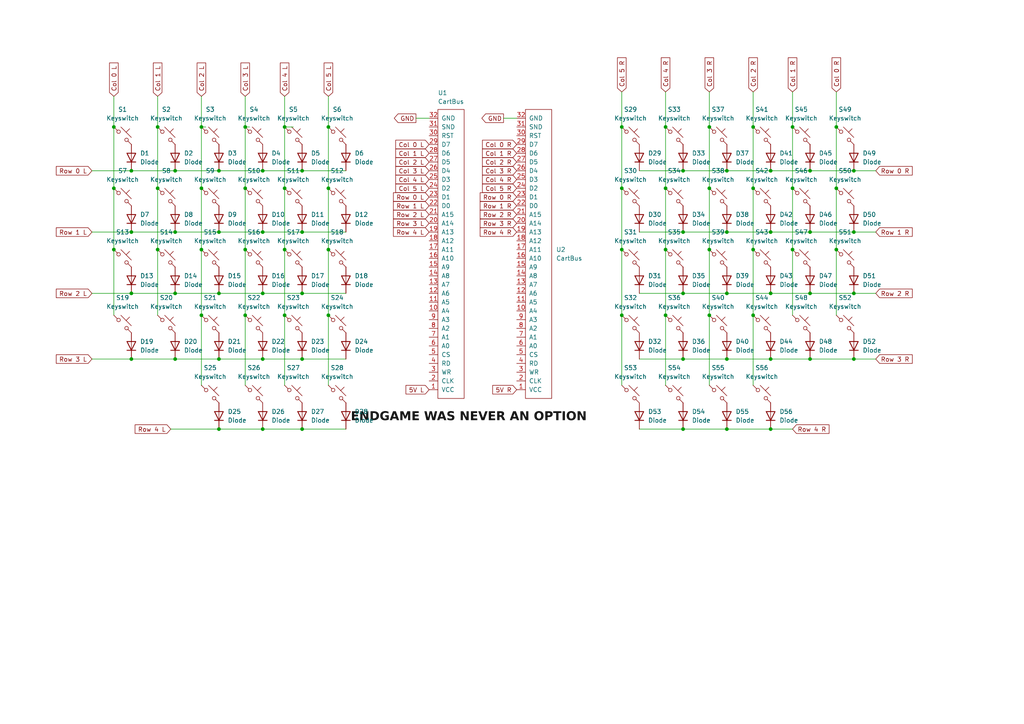
<source format=kicad_sch>
(kicad_sch (version 20231120) (generator "eeschema") (generator_version "8.0")
  (paper "A4")
  (junction (at 38.1 49.53))
  (junction (at 205.74 36.83))
  (junction (at 198.12 67.31))
  (junction (at 63.5 104.14))
  (junction (at 33.02 36.83))
  (junction (at 205.74 91.44))
  (junction (at 71.12 91.44))
  (junction (at 76.2 104.14))
  (junction (at 205.74 72.39))
  (junction (at 218.44 36.83))
  (junction (at 229.87 72.39))
  (junction (at 63.5 67.31))
  (junction (at 50.8 49.53))
  (junction (at 247.65 49.53))
  (junction (at 82.55 91.44))
  (junction (at 205.74 54.61))
  (junction (at 38.1 85.09))
  (junction (at 50.8 67.31))
  (junction (at 229.87 54.61))
  (junction (at 223.52 104.14))
  (junction (at 210.82 67.31))
  (junction (at 210.82 85.09))
  (junction (at 223.52 85.09))
  (junction (at 50.8 104.14))
  (junction (at 82.55 54.61))
  (junction (at 63.5 49.53))
  (junction (at 82.55 72.39))
  (junction (at 45.72 72.39))
  (junction (at 38.1 67.31))
  (junction (at 33.02 72.39))
  (junction (at 82.55 36.83))
  (junction (at 95.25 91.44))
  (junction (at 218.44 91.44))
  (junction (at 198.12 85.09))
  (junction (at 76.2 85.09))
  (junction (at 76.2 67.31))
  (junction (at 193.04 91.44))
  (junction (at 210.82 49.53))
  (junction (at 58.42 54.61))
  (junction (at 234.95 49.53))
  (junction (at 242.57 54.61))
  (junction (at 223.52 67.31))
  (junction (at 87.63 85.09))
  (junction (at 71.12 72.39))
  (junction (at 193.04 54.61))
  (junction (at 180.34 72.39))
  (junction (at 58.42 72.39))
  (junction (at 38.1 104.14))
  (junction (at 193.04 36.83))
  (junction (at 45.72 54.61))
  (junction (at 247.65 67.31))
  (junction (at 33.02 54.61))
  (junction (at 87.63 124.46))
  (junction (at 87.63 104.14))
  (junction (at 210.82 104.14))
  (junction (at 218.44 54.61))
  (junction (at 198.12 104.14))
  (junction (at 247.65 85.09))
  (junction (at 210.82 124.46))
  (junction (at 234.95 85.09))
  (junction (at 223.52 124.46))
  (junction (at 242.57 72.39))
  (junction (at 242.57 36.83))
  (junction (at 95.25 72.39))
  (junction (at 223.52 49.53))
  (junction (at 58.42 91.44))
  (junction (at 95.25 36.83))
  (junction (at 180.34 91.44))
  (junction (at 193.04 72.39))
  (junction (at 71.12 36.83))
  (junction (at 234.95 104.14))
  (junction (at 76.2 124.46))
  (junction (at 76.2 49.53))
  (junction (at 247.65 104.14))
  (junction (at 95.25 54.61))
  (junction (at 45.72 36.83))
  (junction (at 58.42 36.83))
  (junction (at 87.63 67.31))
  (junction (at 180.34 36.83))
  (junction (at 180.34 54.61))
  (junction (at 63.5 124.46))
  (junction (at 198.12 124.46))
  (junction (at 63.5 85.09))
  (junction (at 198.12 49.53))
  (junction (at 50.8 85.09))
  (junction (at 218.44 72.39))
  (junction (at 87.63 49.53))
  (junction (at 71.12 54.61))
  (junction (at 229.87 36.83))
  (junction (at 234.95 67.31))
  (wire (pts (xy 82.55 91.44) (xy 82.55 111.76)))
  (wire (pts (xy 33.02 36.83) (xy 33.02 54.61)))
  (wire (pts (xy 254 85.09) (xy 247.65 85.09)))
  (wire (pts (xy 82.55 36.83) (xy 82.55 54.61)))
  (wire (pts (xy 210.82 67.31) (xy 223.52 67.31)))
  (wire (pts (xy 180.34 72.39) (xy 180.34 91.44)))
  (wire (pts (xy 58.42 72.39) (xy 58.42 91.44)))
  (wire (pts (xy 63.5 104.14) (xy 76.2 104.14)))
  (wire (pts (xy 26.67 85.09) (xy 38.1 85.09)))
  (wire (pts (xy 76.2 49.53) (xy 87.63 49.53)))
  (wire (pts (xy 205.74 91.44) (xy 205.74 111.76)))
  (wire (pts (xy 223.52 49.53) (xy 234.95 49.53)))
  (wire (pts (xy 45.72 72.39) (xy 45.72 91.44)))
  (wire (pts (xy 242.57 36.83) (xy 242.57 54.61)))
  (wire (pts (xy 180.34 91.44) (xy 180.34 111.76)))
  (wire (pts (xy 38.1 104.14) (xy 50.8 104.14)))
  (wire (pts (xy 223.52 104.14) (xy 234.95 104.14)))
  (wire (pts (xy 205.74 54.61) (xy 205.74 72.39)))
  (wire (pts (xy 87.63 85.09) (xy 100.33 85.09)))
  (wire (pts (xy 95.25 72.39) (xy 95.25 91.44)))
  (wire (pts (xy 210.82 85.09) (xy 223.52 85.09)))
  (wire (pts (xy 229.87 26.67) (xy 229.87 36.83)))
  (wire (pts (xy 26.67 49.53) (xy 38.1 49.53)))
  (wire (pts (xy 26.67 67.31) (xy 38.1 67.31)))
  (wire (pts (xy 205.74 72.39) (xy 205.74 91.44)))
  (wire (pts (xy 218.44 91.44) (xy 218.44 111.76)))
  (wire (pts (xy 87.63 124.46) (xy 100.33 124.46)))
  (wire (pts (xy 71.12 36.83) (xy 72.39 36.83)))
  (wire (pts (xy 193.04 26.67) (xy 193.04 36.83)))
  (wire (pts (xy 223.52 67.31) (xy 234.95 67.31)))
  (wire (pts (xy 247.65 67.31) (xy 254 67.31)))
  (wire (pts (xy 58.42 91.44) (xy 58.42 111.76)))
  (wire (pts (xy 50.8 49.53) (xy 63.5 49.53)))
  (wire (pts (xy 242.57 54.61) (xy 242.57 72.39)))
  (wire (pts (xy 218.44 54.61) (xy 218.44 72.39)))
  (wire (pts (xy 82.55 72.39) (xy 82.55 91.44)))
  (wire (pts (xy 185.42 85.09) (xy 198.12 85.09)))
  (wire (pts (xy 76.2 67.31) (xy 87.63 67.31)))
  (wire (pts (xy 180.34 36.83) (xy 180.34 54.61)))
  (wire (pts (xy 120.65 34.29) (xy 124.46 34.29)))
  (wire (pts (xy 180.34 26.67) (xy 180.34 36.83)))
  (wire (pts (xy 185.42 124.46) (xy 198.12 124.46)))
  (wire (pts (xy 198.12 67.31) (xy 210.82 67.31)))
  (wire (pts (xy 185.42 67.31) (xy 198.12 67.31)))
  (wire (pts (xy 254 104.14) (xy 247.65 104.14)))
  (wire (pts (xy 38.1 49.53) (xy 50.8 49.53)))
  (wire (pts (xy 218.44 36.83) (xy 218.44 54.61)))
  (wire (pts (xy 63.5 67.31) (xy 76.2 67.31)))
  (wire (pts (xy 205.74 36.83) (xy 205.74 54.61)))
  (wire (pts (xy 63.5 49.53) (xy 76.2 49.53)))
  (wire (pts (xy 198.12 104.14) (xy 210.82 104.14)))
  (wire (pts (xy 50.8 104.14) (xy 63.5 104.14)))
  (wire (pts (xy 95.25 54.61) (xy 95.25 72.39)))
  (wire (pts (xy 76.2 124.46) (xy 87.63 124.46)))
  (wire (pts (xy 71.12 91.44) (xy 71.12 111.76)))
  (wire (pts (xy 234.95 104.14) (xy 247.65 104.14)))
  (wire (pts (xy 63.5 124.46) (xy 76.2 124.46)))
  (wire (pts (xy 76.2 104.14) (xy 87.63 104.14)))
  (wire (pts (xy 76.2 85.09) (xy 87.63 85.09)))
  (wire (pts (xy 71.12 36.83) (xy 71.12 54.61)))
  (wire (pts (xy 229.87 124.46) (xy 223.52 124.46)))
  (wire (pts (xy 33.02 54.61) (xy 33.02 72.39)))
  (wire (pts (xy 193.04 36.83) (xy 193.04 54.61)))
  (wire (pts (xy 38.1 85.09) (xy 50.8 85.09)))
  (wire (pts (xy 210.82 104.14) (xy 223.52 104.14)))
  (wire (pts (xy 234.95 67.31) (xy 247.65 67.31)))
  (wire (pts (xy 58.42 36.83) (xy 58.42 54.61)))
  (wire (pts (xy 218.44 26.67) (xy 218.44 36.83)))
  (wire (pts (xy 45.72 27.94) (xy 45.72 36.83)))
  (wire (pts (xy 198.12 85.09) (xy 210.82 85.09)))
  (wire (pts (xy 45.72 54.61) (xy 45.72 72.39)))
  (wire (pts (xy 185.42 104.14) (xy 198.12 104.14)))
  (wire (pts (xy 82.55 27.94) (xy 82.55 36.83)))
  (wire (pts (xy 223.52 85.09) (xy 234.95 85.09)))
  (wire (pts (xy 45.72 36.83) (xy 45.72 54.61)))
  (wire (pts (xy 95.25 27.94) (xy 95.25 36.83)))
  (wire (pts (xy 229.87 72.39) (xy 229.87 91.44)))
  (wire (pts (xy 210.82 49.53) (xy 223.52 49.53)))
  (wire (pts (xy 242.57 72.39) (xy 242.57 91.44)))
  (wire (pts (xy 198.12 49.53) (xy 210.82 49.53)))
  (wire (pts (xy 82.55 36.83) (xy 85.09 36.83)))
  (wire (pts (xy 87.63 49.53) (xy 100.33 49.53)))
  (wire (pts (xy 26.67 104.14) (xy 38.1 104.14)))
  (wire (pts (xy 50.8 67.31) (xy 63.5 67.31)))
  (wire (pts (xy 229.87 36.83) (xy 229.87 54.61)))
  (wire (pts (xy 193.04 72.39) (xy 193.04 91.44)))
  (wire (pts (xy 87.63 104.14) (xy 100.33 104.14)))
  (wire (pts (xy 193.04 91.44) (xy 193.04 111.76)))
  (wire (pts (xy 218.44 72.39) (xy 218.44 91.44)))
  (wire (pts (xy 82.55 54.61) (xy 82.55 72.39)))
  (wire (pts (xy 193.04 54.61) (xy 193.04 72.39)))
  (wire (pts (xy 58.42 36.83) (xy 59.69 36.83)))
  (wire (pts (xy 198.12 124.46) (xy 210.82 124.46)))
  (wire (pts (xy 210.82 124.46) (xy 223.52 124.46)))
  (wire (pts (xy 87.63 67.31) (xy 100.33 67.31)))
  (wire (pts (xy 205.74 26.67) (xy 205.74 36.83)))
  (wire (pts (xy 71.12 72.39) (xy 71.12 91.44)))
  (wire (pts (xy 38.1 67.31) (xy 50.8 67.31)))
  (wire (pts (xy 33.02 27.94) (xy 33.02 36.83)))
  (wire (pts (xy 71.12 54.61) (xy 71.12 72.39)))
  (wire (pts (xy 58.42 27.94) (xy 58.42 36.83)))
  (wire (pts (xy 234.95 85.09) (xy 247.65 85.09)))
  (wire (pts (xy 58.42 54.61) (xy 58.42 72.39)))
  (wire (pts (xy 242.57 26.67) (xy 242.57 36.83)))
  (wire (pts (xy 180.34 54.61) (xy 180.34 72.39)))
  (wire (pts (xy 234.95 49.53) (xy 247.65 49.53)))
  (wire (pts (xy 95.25 91.44) (xy 95.25 111.76)))
  (wire (pts (xy 254 49.53) (xy 247.65 49.53)))
  (wire (pts (xy 63.5 85.09) (xy 76.2 85.09)))
  (wire (pts (xy 146.05 34.29) (xy 149.86 34.29)))
  (wire (pts (xy 33.02 72.39) (xy 33.02 91.44)))
  (wire (pts (xy 71.12 27.94) (xy 71.12 36.83)))
  (wire (pts (xy 229.87 54.61) (xy 229.87 72.39)))
  (wire (pts (xy 49.53 124.46) (xy 63.5 124.46)))
  (wire (pts (xy 50.8 85.09) (xy 63.5 85.09)))
  (wire (pts (xy 185.42 49.53) (xy 198.12 49.53)))
  (wire (pts (xy 95.25 36.83) (xy 95.25 54.61)))
  (label "ENDGAME WAS NEVER AN OPTION" (at 170.18 123.19 180) (effects (font (size 2.54 2.54) (thickness 0.508) (bold yes))))
  (global_label "Col 1 R" (shape input) (at 149.86 44.45 180) (property "Intersheetrefs" "${INTERSHEET_REFS}" (effects (hide yes))))
  (global_label "Col 1 R" (shape input) (at 229.87 26.67 90) (property "Intersheetrefs" "${INTERSHEET_REFS}" (effects (hide yes))))
  (global_label "Col 2 L" (shape input) (at 58.42 27.94 90) (property "Intersheetrefs" "${INTERSHEET_REFS}" (effects (hide yes))))
  (global_label "Col 1 L" (shape input) (at 45.72 27.94 90) (property "Intersheetrefs" "${INTERSHEET_REFS}" (effects (hide yes))))
  (global_label "Row 4 R" (shape input) (at 229.87 124.46 0) (property "Intersheetrefs" "${INTERSHEET_REFS}" (effects (hide yes))))
  (global_label "Col 5 R" (shape input) (at 149.86 54.61 180) (property "Intersheetrefs" "${INTERSHEET_REFS}" (effects (hide yes))))
  (global_label "Row 1 L" (shape input) (at 26.67 67.31 180) (property "Intersheetrefs" "${INTERSHEET_REFS}" (effects (hide yes))))
  (global_label "Col 0 R" (shape input) (at 149.86 41.91 180) (property "Intersheetrefs" "${INTERSHEET_REFS}" (effects (hide yes))))
  (global_label "Row 2 R" (shape input) (at 149.86 62.23 180) (property "Intersheetrefs" "${INTERSHEET_REFS}" (effects (hide yes))))
  (global_label "Col 2 R" (shape input) (at 149.86 46.99 180) (property "Intersheetrefs" "${INTERSHEET_REFS}" (effects (hide yes))))
  (global_label "Col 1 L" (shape input) (at 124.46 44.45 180) (property "Intersheetrefs" "${INTERSHEET_REFS}" (effects (hide yes))))
  (global_label "Col 3 L" (shape input) (at 71.12 27.94 90) (property "Intersheetrefs" "${INTERSHEET_REFS}" (effects (hide yes))))
  (global_label "Row 2 L" (shape input) (at 26.67 85.09 180) (property "Intersheetrefs" "${INTERSHEET_REFS}" (effects (hide yes))))
  (global_label "Row 0 L" (shape input) (at 26.67 49.53 180) (property "Intersheetrefs" "${INTERSHEET_REFS}" (effects (hide yes))))
  (global_label "Row 2 L" (shape input) (at 124.46 62.23 180) (property "Intersheetrefs" "${INTERSHEET_REFS}" (effects (hide yes))))
  (global_label "Row 3 L" (shape input) (at 26.67 104.14 180) (property "Intersheetrefs" "${INTERSHEET_REFS}" (effects (hide yes))))
  (global_label "Row 0 R" (shape input) (at 254 49.53 0) (property "Intersheetrefs" "${INTERSHEET_REFS}" (effects (hide yes))))
  (global_label "Row 1 R" (shape input) (at 254 67.31 0) (property "Intersheetrefs" "${INTERSHEET_REFS}" (effects (hide yes))))
  (global_label "Row 0 R" (shape input) (at 149.86 57.15 180) (property "Intersheetrefs" "${INTERSHEET_REFS}" (effects (hide yes))))
  (global_label "Col 3 R" (shape input) (at 149.86 49.53 180) (property "Intersheetrefs" "${INTERSHEET_REFS}" (effects (hide yes))))
  (global_label "GND" (shape output) (at 120.65 34.29 180) (property "Intersheetrefs" "${INTERSHEET_REFS}" (effects (hide yes))))
  (global_label "Row 4 L" (shape input) (at 49.53 124.46 180) (property "Intersheetrefs" "${INTERSHEET_REFS}" (effects (hide yes))))
  (global_label "Col 5 L" (shape input) (at 95.25 27.94 90) (property "Intersheetrefs" "${INTERSHEET_REFS}" (effects (hide yes))))
  (global_label "Col 0 L" (shape input) (at 124.46 41.91 180) (property "Intersheetrefs" "${INTERSHEET_REFS}" (effects (hide yes))))
  (global_label "Row 4 L" (shape input) (at 124.46 67.31 180) (property "Intersheetrefs" "${INTERSHEET_REFS}" (effects (hide yes))))
  (global_label "Col 4 R" (shape input) (at 149.86 52.07 180) (property "Intersheetrefs" "${INTERSHEET_REFS}" (effects (hide yes))))
  (global_label "Col 4 L" (shape input) (at 82.55 27.94 90) (property "Intersheetrefs" "${INTERSHEET_REFS}" (effects (hide yes))))
  (global_label "Row 0 L" (shape input) (at 124.46 57.15 180) (property "Intersheetrefs" "${INTERSHEET_REFS}" (effects (hide yes))))
  (global_label "Col 4 L" (shape input) (at 124.46 52.07 180) (property "Intersheetrefs" "${INTERSHEET_REFS}" (effects (hide yes))))
  (global_label "Row 1 R" (shape input) (at 149.86 59.69 180) (property "Intersheetrefs" "${INTERSHEET_REFS}" (effects (hide yes))))
  (global_label "Row 4 R" (shape input) (at 149.86 67.31 180) (property "Intersheetrefs" "${INTERSHEET_REFS}" (effects (hide yes))))
  (global_label "Col 3 R" (shape input) (at 205.74 26.67 90) (property "Intersheetrefs" "${INTERSHEET_REFS}" (effects (hide yes))))
  (global_label "Col 2 L" (shape input) (at 124.46 46.99 180) (property "Intersheetrefs" "${INTERSHEET_REFS}" (effects (hide yes))))
  (global_label "Col 0 R" (shape input) (at 242.57 26.67 90) (property "Intersheetrefs" "${INTERSHEET_REFS}" (effects (hide yes))))
  (global_label "5V R" (shape input) (at 149.86 113.03 180) (property "Intersheetrefs" "${INTERSHEET_REFS}" (effects (hide yes))))
  (global_label "Col 3 L" (shape input) (at 124.46 49.53 180) (property "Intersheetrefs" "${INTERSHEET_REFS}" (effects (hide yes))))
  (global_label "Col 5 R" (shape input) (at 180.34 26.67 90) (property "Intersheetrefs" "${INTERSHEET_REFS}" (effects (hide yes))))
  (global_label "Col 5 L" (shape input) (at 124.46 54.61 180) (property "Intersheetrefs" "${INTERSHEET_REFS}" (effects (hide yes))))
  (global_label "Col 2 R" (shape input) (at 218.44 26.67 90) (property "Intersheetrefs" "${INTERSHEET_REFS}" (effects (hide yes))))
  (global_label "Row 3 R" (shape input) (at 149.86 64.77 180) (property "Intersheetrefs" "${INTERSHEET_REFS}" (effects (hide yes))))
  (global_label "Col 0 L" (shape input) (at 33.02 27.94 90) (property "Intersheetrefs" "${INTERSHEET_REFS}" (effects (hide yes))))
  (global_label "Row 3 L" (shape input) (at 124.46 64.77 180) (property "Intersheetrefs" "${INTERSHEET_REFS}" (effects (hide yes))))
  (global_label "Row 1 L" (shape input) (at 124.46 59.69 180) (property "Intersheetrefs" "${INTERSHEET_REFS}" (effects (hide yes))))
  (global_label "Col 4 R" (shape input) (at 193.04 26.67 90) (property "Intersheetrefs" "${INTERSHEET_REFS}" (effects (hide yes))))
  (global_label "5V L" (shape input) (at 124.46 113.03 180) (property "Intersheetrefs" "${INTERSHEET_REFS}" (effects (hide yes))))
  (global_label "GND" (shape output) (at 146.05 34.29 180) (property "Intersheetrefs" "${INTERSHEET_REFS}" (effects (hide yes))))
  (global_label "Row 2 R" (shape input) (at 254 85.09 0) (property "Intersheetrefs" "${INTERSHEET_REFS}" (effects (hide yes))))
  (global_label "Row 3 R" (shape input) (at 254 104.14 0) (property "Intersheetrefs" "${INTERSHEET_REFS}" (effects (hide yes))))
  (symbol (lib_id "SCOTTO_KEEBS:Placeholder_Keyswitch") (at 85.09 74.93 0) (unit 1)
    (property "Reference" "S17" (at 85.09 67.31 0))
    (property "Value" "Keyswitch" (at 85.09 69.85 0))
    (property "Footprint" "BoggleSwitches:MXCHOC_Hotswap" (effects (hide yes)))
    (property "Description" "Push button switch, normally open, two pins, 45° tilted" (effects (hide yes)))
  )
  (symbol (lib_id "SCOTTO_KEEBS:Placeholder_Diode") (at 198.12 100.33 90) (unit 1)
    (property "Reference" "D36" (at 200.66 99.0599 90) (effects (justify right)))
    (property "Value" "Diode" (at 200.66 101.5999 90) (effects (justify right)))
    (property "Footprint" "ScottoKeebs_Components:Diode_SOD-123" (effects (hide yes)))
    (property "Description" "1N4148 (DO-35) or 1N4148W (SOD-123)" (effects (hide yes)))
    (property "Sim.Device" "D" (effects (hide yes)))
    (property "Sim.Pins" "1=K 2=A" (effects (hide yes)))
  )
  (symbol (lib_id "SCOTTO_KEEBS:Placeholder_Diode") (at 38.1 63.5 90) (unit 1)
    (property "Reference" "D7" (at 40.64 62.2299 90) (effects (justify right)))
    (property "Value" "Diode" (at 40.64 64.7699 90) (effects (justify right)))
    (property "Footprint" "ScottoKeebs_Components:Diode_SOD-123" (effects (hide yes)))
    (property "Description" "1N4148 (DO-35) or 1N4148W (SOD-123)" (effects (hide yes)))
    (property "Sim.Device" "D" (effects (hide yes)))
    (property "Sim.Pins" "1=K 2=A" (effects (hide yes)))
  )
  (symbol (lib_id "SCOTTO_KEEBS:Placeholder_Keyswitch") (at 220.98 74.93 0) (unit 1)
    (property "Reference" "S43" (at 220.98 67.31 0))
    (property "Value" "Keyswitch" (at 220.98 69.85 0))
    (property "Footprint" "BoggleSwitches:MXCHOC_Hotswap" (effects (hide yes)))
    (property "Description" "Push button switch, normally open, two pins, 45° tilted" (effects (hide yes)))
  )
  (symbol (lib_id "SCOTTO_KEEBS:Placeholder_Keyswitch") (at 48.26 93.98 0) (unit 1)
    (property "Reference" "S20" (at 48.26 86.36 0))
    (property "Value" "Keyswitch" (at 48.26 88.9 0))
    (property "Footprint" "BoggleSwitches:MXCHOC_Hotswap" (effects (hide yes)))
    (property "Description" "Push button switch, normally open, two pins, 45° tilted" (effects (hide yes)))
  )
  (symbol (lib_id "SCOTTO_KEEBS:Placeholder_Keyswitch") (at 73.66 114.3 0) (unit 1)
    (property "Reference" "S26" (at 73.66 106.68 0))
    (property "Value" "Keyswitch" (at 73.66 109.22 0))
    (property "Footprint" "BoggleSwitches:MXCHOC_Hotswap" (effects (hide yes)))
    (property "Description" "Push button switch, normally open, two pins, 45° tilted" (effects (hide yes)))
  )
  (symbol (lib_id "SCOTTO_KEEBS:Placeholder_Diode") (at 87.63 81.28 90) (unit 1)
    (property "Reference" "D17" (at 90.17 80.0099 90) (effects (justify right)))
    (property "Value" "Diode" (at 90.17 82.5499 90) (effects (justify right)))
    (property "Footprint" "ScottoKeebs_Components:Diode_SOD-123" (effects (hide yes)))
    (property "Description" "1N4148 (DO-35) or 1N4148W (SOD-123)" (effects (hide yes)))
    (property "Sim.Device" "D" (effects (hide yes)))
    (property "Sim.Pins" "1=K 2=A" (effects (hide yes)))
  )
  (symbol (lib_id "SCOTTO_KEEBS:Placeholder_Keyswitch") (at 97.79 39.37 0) (unit 1)
    (property "Reference" "S6" (at 97.79 31.75 0))
    (property "Value" "Keyswitch" (at 97.79 34.29 0))
    (property "Footprint" "BoggleSwitches:MXCHOC_Hotswap" (effects (hide yes)))
    (property "Description" "Push button switch, normally open, two pins, 45° tilted" (effects (hide yes)))
  )
  (symbol (lib_id "SCOTTO_KEEBS:Placeholder_Keyswitch") (at 245.11 93.98 0) (unit 1)
    (property "Reference" "S52" (at 245.11 86.36 0))
    (property "Value" "Keyswitch" (at 245.11 88.9 0))
    (property "Footprint" "BoggleSwitches:MXCHOC_Hotswap" (effects (hide yes)))
    (property "Description" "Push button switch, normally open, two pins, 45° tilted" (effects (hide yes)))
  )
  (symbol (lib_id "SCOTTO_KEEBS:Placeholder_Keyswitch") (at 232.41 39.37 0) (unit 1)
    (property "Reference" "S45" (at 232.41 31.75 0))
    (property "Value" "Keyswitch" (at 232.41 34.29 0))
    (property "Footprint" "BoggleSwitches:MXCHOC_Hotswap" (effects (hide yes)))
    (property "Description" "Push button switch, normally open, two pins, 45° tilted" (effects (hide yes)))
  )
  (symbol (lib_id "SCOTTO_KEEBS:Placeholder_Keyswitch") (at 73.66 57.15 0) (unit 1)
    (property "Reference" "S10" (at 73.66 49.53 0))
    (property "Value" "Keyswitch" (at 73.66 52.07 0))
    (property "Footprint" "BoggleSwitches:MXCHOC_Hotswap" (effects (hide yes)))
    (property "Description" "Push button switch, normally open, two pins, 45° tilted" (effects (hide yes)))
  )
  (symbol (lib_id "SCOTTO_KEEBS:Placeholder_Keyswitch") (at 220.98 93.98 0) (unit 1)
    (property "Reference" "S44" (at 220.98 86.36 0))
    (property "Value" "Keyswitch" (at 220.98 88.9 0))
    (property "Footprint" "BoggleSwitches:MXCHOC_Hotswap" (effects (hide yes)))
    (property "Description" "Push button switch, normally open, two pins, 45° tilted" (effects (hide yes)))
  )
  (symbol (lib_id "SCOTTO_KEEBS:Placeholder_Keyswitch") (at 220.98 39.37 0) (unit 1)
    (property "Reference" "S41" (at 220.98 31.75 0))
    (property "Value" "Keyswitch" (at 220.98 34.29 0))
    (property "Footprint" "BoggleSwitches:MXCHOC_Hotswap" (effects (hide yes)))
    (property "Description" "Push button switch, normally open, two pins, 45° tilted" (effects (hide yes)))
  )
  (symbol (lib_id "SCOTTO_KEEBS:Placeholder_Keyswitch") (at 232.41 74.93 0) (unit 1)
    (property "Reference" "S47" (at 232.41 67.31 0))
    (property "Value" "Keyswitch" (at 232.41 69.85 0))
    (property "Footprint" "BoggleSwitches:MXCHOC_Hotswap" (effects (hide yes)))
    (property "Description" "Push button switch, normally open, two pins, 45° tilted" (effects (hide yes)))
  )
  (symbol (lib_id "SCOTTO_KEEBS:Placeholder_Keyswitch") (at 60.96 114.3 0) (unit 1)
    (property "Reference" "S25" (at 60.96 106.68 0))
    (property "Value" "Keyswitch" (at 60.96 109.22 0))
    (property "Footprint" "BoggleSwitches:MXCHOC_Hotswap" (effects (hide yes)))
    (property "Description" "Push button switch, normally open, two pins, 45° tilted" (effects (hide yes)))
  )
  (symbol (lib_id "SCOTTO_KEEBS:Placeholder_Diode") (at 87.63 120.65 90) (unit 1)
    (property "Reference" "D27" (at 90.17 119.3799 90) (effects (justify right)))
    (property "Value" "Diode" (at 90.17 121.9199 90) (effects (justify right)))
    (property "Footprint" "ScottoKeebs_Components:Diode_SOD-123" (effects (hide yes)))
    (property "Description" "1N4148 (DO-35) or 1N4148W (SOD-123)" (effects (hide yes)))
    (property "Sim.Device" "D" (effects (hide yes)))
    (property "Sim.Pins" "1=K 2=A" (effects (hide yes)))
  )
  (symbol (lib_id "SCOTTO_KEEBS:Placeholder_Keyswitch") (at 85.09 93.98 0) (unit 1)
    (property "Reference" "S23" (at 85.09 86.36 0))
    (property "Value" "Keyswitch" (at 85.09 88.9 0))
    (property "Footprint" "BoggleSwitches:MXCHOC_Hotswap" (effects (hide yes)))
    (property "Description" "Push button switch, normally open, two pins, 45° tilted" (effects (hide yes)))
  )
  (symbol (lib_id "SCOTTO_KEEBS:Placeholder_Keyswitch") (at 60.96 93.98 0) (unit 1)
    (property "Reference" "S21" (at 60.96 86.36 0))
    (property "Value" "Keyswitch" (at 60.96 88.9 0))
    (property "Footprint" "BoggleSwitches:MXCHOC_Hotswap" (effects (hide yes)))
    (property "Description" "Push button switch, normally open, two pins, 45° tilted" (effects (hide yes)))
  )
  (symbol (lib_id "SCOTTO_KEEBS:Placeholder_Diode") (at 210.82 63.5 90) (unit 1)
    (property "Reference" "D38" (at 213.36 62.2299 90) (effects (justify right)))
    (property "Value" "Diode" (at 213.36 64.7699 90) (effects (justify right)))
    (property "Footprint" "ScottoKeebs_Components:Diode_SOD-123" (effects (hide yes)))
    (property "Description" "1N4148 (DO-35) or 1N4148W (SOD-123)" (effects (hide yes)))
    (property "Sim.Device" "D" (effects (hide yes)))
    (property "Sim.Pins" "1=K 2=A" (effects (hide yes)))
  )
  (symbol (lib_id "SCOTTO_KEEBS:Placeholder_Keyswitch") (at 60.96 74.93 0) (unit 1)
    (property "Reference" "S15" (at 60.96 67.31 0))
    (property "Value" "Keyswitch" (at 60.96 69.85 0))
    (property "Footprint" "BoggleSwitches:MXCHOC_Hotswap" (effects (hide yes)))
    (property "Description" "Push button switch, normally open, two pins, 45° tilted" (effects (hide yes)))
  )
  (symbol (lib_id "SCOTTO_KEEBS:Placeholder_Keyswitch") (at 48.26 57.15 0) (unit 1)
    (property "Reference" "S8" (at 48.26 49.53 0))
    (property "Value" "Keyswitch" (at 48.26 52.07 0))
    (property "Footprint" "BoggleSwitches:MXCHOC_Hotswap" (effects (hide yes)))
    (property "Description" "Push button switch, normally open, two pins, 45° tilted" (effects (hide yes)))
  )
  (symbol (lib_id "SCOTTO_KEEBS:Placeholder_Diode") (at 210.82 120.65 90) (unit 1)
    (property "Reference" "D55" (at 213.36 119.3799 90) (effects (justify right)))
    (property "Value" "Diode" (at 213.36 121.9199 90) (effects (justify right)))
    (property "Footprint" "ScottoKeebs_Components:Diode_SOD-123" (effects (hide yes)))
    (property "Description" "1N4148 (DO-35) or 1N4148W (SOD-123)" (effects (hide yes)))
    (property "Sim.Device" "D" (effects (hide yes)))
    (property "Sim.Pins" "1=K 2=A" (effects (hide yes)))
  )
  (symbol (lib_id "SCOTTO_KEEBS:Placeholder_Diode") (at 76.2 100.33 90) (unit 1)
    (property "Reference" "D22" (at 78.74 99.0599 90) (effects (justify right)))
    (property "Value" "Diode" (at 78.74 101.5999 90) (effects (justify right)))
    (property "Footprint" "ScottoKeebs_Components:Diode_SOD-123" (effects (hide yes)))
    (property "Description" "1N4148 (DO-35) or 1N4148W (SOD-123)" (effects (hide yes)))
    (property "Sim.Device" "D" (effects (hide yes)))
    (property "Sim.Pins" "1=K 2=A" (effects (hide yes)))
  )
  (symbol (lib_id "SCOTTO_KEEBS:Placeholder_Keyswitch") (at 195.58 114.3 0) (unit 1)
    (property "Reference" "S54" (at 195.58 106.68 0))
    (property "Value" "Keyswitch" (at 195.58 109.22 0))
    (property "Footprint" "BoggleSwitches:MXCHOC_1.5U_Hotswap" (effects (hide yes)))
    (property "Description" "Push button switch, normally open, two pins, 45° tilted" (effects (hide yes)))
  )
  (symbol (lib_id "SCOTTO_KEEBS:Placeholder_Keyswitch") (at 35.56 57.15 0) (unit 1)
    (property "Reference" "S7" (at 35.56 49.53 0))
    (property "Value" "Keyswitch" (at 35.56 52.07 0))
    (property "Footprint" "BoggleSwitches:MXCHOC_Hotswap" (effects (hide yes)))
    (property "Description" "Push button switch, normally open, two pins, 45° tilted" (effects (hide yes)))
  )
  (symbol (lib_id "SCOTTO_KEEBS:Placeholder_Keyswitch") (at 195.58 57.15 0) (unit 1)
    (property "Reference" "S34" (at 195.58 49.53 0))
    (property "Value" "Keyswitch" (at 195.58 52.07 0))
    (property "Footprint" "BoggleSwitches:MXCHOC_Hotswap" (effects (hide yes)))
    (property "Description" "Push button switch, normally open, two pins, 45° tilted" (effects (hide yes)))
  )
  (symbol (lib_id "SCOTTO_KEEBS:Placeholder_Keyswitch") (at 35.56 74.93 0) (unit 1)
    (property "Reference" "S13" (at 35.56 67.31 0))
    (property "Value" "Keyswitch" (at 35.56 69.85 0))
    (property "Footprint" "BoggleSwitches:MXCHOC_Hotswap" (effects (hide yes)))
    (property "Description" "Push button switch, normally open, two pins, 45° tilted" (effects (hide yes)))
  )
  (symbol (lib_id "SCOTTO_KEEBS:Placeholder_Diode") (at 223.52 63.5 90) (unit 1)
    (property "Reference" "D42" (at 226.06 62.2299 90) (effects (justify right)))
    (property "Value" "Diode" (at 226.06 64.7699 90) (effects (justify right)))
    (property "Footprint" "ScottoKeebs_Components:Diode_SOD-123" (effects (hide yes)))
    (property "Description" "1N4148 (DO-35) or 1N4148W (SOD-123)" (effects (hide yes)))
    (property "Sim.Device" "D" (effects (hide yes)))
    (property "Sim.Pins" "1=K 2=A" (effects (hide yes)))
  )
  (symbol (lib_id "SCOTTO_KEEBS:Placeholder_Keyswitch") (at 97.79 74.93 0) (unit 1)
    (property "Reference" "S18" (at 97.79 67.31 0))
    (property "Value" "Keyswitch" (at 97.79 69.85 0))
    (property "Footprint" "BoggleSwitches:MXCHOC_Hotswap" (effects (hide yes)))
    (property "Description" "Push button switch, normally open, two pins, 45° tilted" (effects (hide yes)))
  )
  (symbol (lib_id "SCOTTO_KEEBS:Placeholder_Keyswitch") (at 208.28 57.15 0) (unit 1)
    (property "Reference" "S38" (at 208.28 49.53 0))
    (property "Value" "Keyswitch" (at 208.28 52.07 0))
    (property "Footprint" "BoggleSwitches:MXCHOC_Hotswap" (effects (hide yes)))
    (property "Description" "Push button switch, normally open, two pins, 45° tilted" (effects (hide yes)))
  )
  (symbol (lib_id "SCOTTO_KEEBS:Placeholder_Keyswitch") (at 182.88 39.37 0) (unit 1)
    (property "Reference" "S29" (at 182.88 31.75 0))
    (property "Value" "Keyswitch" (at 182.88 34.29 0))
    (property "Footprint" "BoggleSwitches:MXCHOC_Hotswap" (effects (hide yes)))
    (property "Description" "Push button switch, normally open, two pins, 45° tilted" (effects (hide yes)))
  )
  (symbol (lib_id "SCOTTO_KEEBS:Placeholder_Diode") (at 76.2 45.72 90) (unit 1)
    (property "Reference" "D4" (at 78.74 44.4499 90) (effects (justify right)))
    (property "Value" "Diode" (at 78.74 46.9899 90) (effects (justify right)))
    (property "Footprint" "ScottoKeebs_Components:Diode_SOD-123" (effects (hide yes)))
    (property "Description" "1N4148 (DO-35) or 1N4148W (SOD-123)" (effects (hide yes)))
    (property "Sim.Device" "D" (effects (hide yes)))
    (property "Sim.Pins" "1=K 2=A" (effects (hide yes)))
  )
  (symbol (lib_id "SCOTTO_KEEBS:Placeholder_Keyswitch") (at 208.28 74.93 0) (unit 1)
    (property "Reference" "S39" (at 208.28 67.31 0))
    (property "Value" "Keyswitch" (at 208.28 69.85 0))
    (property "Footprint" "BoggleSwitches:MXCHOC_Hotswap" (effects (hide yes)))
    (property "Description" "Push button switch, normally open, two pins, 45° tilted" (effects (hide yes)))
  )
  (symbol (lib_id "SCOTTO_KEEBS:Placeholder_Diode") (at 198.12 63.5 90) (unit 1)
    (property "Reference" "D34" (at 200.66 62.2299 90) (effects (justify right)))
    (property "Value" "Diode" (at 200.66 64.7699 90) (effects (justify right)))
    (property "Footprint" "ScottoKeebs_Components:Diode_SOD-123" (effects (hide yes)))
    (property "Description" "1N4148 (DO-35) or 1N4148W (SOD-123)" (effects (hide yes)))
    (property "Sim.Device" "D" (effects (hide yes)))
    (property "Sim.Pins" "1=K 2=A" (effects (hide yes)))
  )
  (symbol (lib_id "SCOTTO_KEEBS:Placeholder_Diode") (at 185.42 45.72 90) (unit 1)
    (property "Reference" "D29" (at 187.96 44.4499 90) (effects (justify right)))
    (property "Value" "Diode" (at 187.96 46.9899 90) (effects (justify right)))
    (property "Footprint" "ScottoKeebs_Components:Diode_SOD-123" (effects (hide yes)))
    (property "Description" "1N4148 (DO-35) or 1N4148W (SOD-123)" (effects (hide yes)))
    (property "Sim.Device" "D" (effects (hide yes)))
    (property "Sim.Pins" "1=K 2=A" (effects (hide yes)))
  )
  (symbol (lib_id "SCOTTO_KEEBS:Placeholder_Diode") (at 38.1 81.28 90) (unit 1)
    (property "Reference" "D13" (at 40.64 80.0099 90) (effects (justify right)))
    (property "Value" "Diode" (at 40.64 82.5499 90) (effects (justify right)))
    (property "Footprint" "ScottoKeebs_Components:Diode_SOD-123" (effects (hide yes)))
    (property "Description" "1N4148 (DO-35) or 1N4148W (SOD-123)" (effects (hide yes)))
    (property "Sim.Device" "D" (effects (hide yes)))
    (property "Sim.Pins" "1=K 2=A" (effects (hide yes)))
  )
  (symbol (lib_id "SCOTTO_KEEBS:Placeholder_Keyswitch") (at 182.88 57.15 0) (unit 1)
    (property "Reference" "S30" (at 182.88 49.53 0))
    (property "Value" "Keyswitch" (at 182.88 52.07 0))
    (property "Footprint" "BoggleSwitches:MXCHOC_Hotswap" (effects (hide yes)))
    (property "Description" "Push button switch, normally open, two pins, 45° tilted" (effects (hide yes)))
  )
  (symbol (lib_id "SCOTTO_KEEBS:Placeholder_Diode") (at 247.65 81.28 90) (unit 1)
    (property "Reference" "D51" (at 250.19 80.0099 90) (effects (justify right)))
    (property "Value" "Diode" (at 250.19 82.5499 90) (effects (justify right)))
    (property "Footprint" "ScottoKeebs_Components:Diode_SOD-123" (effects (hide yes)))
    (property "Description" "1N4148 (DO-35) or 1N4148W (SOD-123)" (effects (hide yes)))
    (property "Sim.Device" "D" (effects (hide yes)))
    (property "Sim.Pins" "1=K 2=A" (effects (hide yes)))
  )
  (symbol (lib_id "SCOTTO_KEEBS:Placeholder_Diode") (at 247.65 100.33 90) (unit 1)
    (property "Reference" "D52" (at 250.19 99.0599 90) (effects (justify right)))
    (property "Value" "Diode" (at 250.19 101.5999 90) (effects (justify right)))
    (property "Footprint" "ScottoKeebs_Components:Diode_SOD-123" (effects (hide yes)))
    (property "Description" "1N4148 (DO-35) or 1N4148W (SOD-123)" (effects (hide yes)))
    (property "Sim.Device" "D" (effects (hide yes)))
    (property "Sim.Pins" "1=K 2=A" (effects (hide yes)))
  )
  (symbol (lib_id "SCOTTO_KEEBS:Placeholder_Diode") (at 50.8 100.33 90) (unit 1)
    (property "Reference" "D20" (at 53.34 99.0599 90) (effects (justify right)))
    (property "Value" "Diode" (at 53.34 101.5999 90) (effects (justify right)))
    (property "Footprint" "ScottoKeebs_Components:Diode_SOD-123" (effects (hide yes)))
    (property "Description" "1N4148 (DO-35) or 1N4148W (SOD-123)" (effects (hide yes)))
    (property "Sim.Device" "D" (effects (hide yes)))
    (property "Sim.Pins" "1=K 2=A" (effects (hide yes)))
  )
  (symbol (lib_id "SCOTTO_KEEBS:Placeholder_Diode") (at 185.42 63.5 90) (unit 1)
    (property "Reference" "D30" (at 187.96 62.2299 90) (effects (justify right)))
    (property "Value" "Diode" (at 187.96 64.7699 90) (effects (justify right)))
    (property "Footprint" "ScottoKeebs_Components:Diode_SOD-123" (effects (hide yes)))
    (property "Description" "1N4148 (DO-35) or 1N4148W (SOD-123)" (effects (hide yes)))
    (property "Sim.Device" "D" (effects (hide yes)))
    (property "Sim.Pins" "1=K 2=A" (effects (hide yes)))
  )
  (symbol (lib_id "SCOTTO_KEEBS:Placeholder_Diode") (at 100.33 63.5 90) (unit 1)
    (property "Reference" "D12" (at 102.87 62.2299 90) (effects (justify right)))
    (property "Value" "Diode" (at 102.87 64.7699 90) (effects (justify right)))
    (property "Footprint" "ScottoKeebs_Components:Diode_SOD-123" (effects (hide yes)))
    (property "Description" "1N4148 (DO-35) or 1N4148W (SOD-123)" (effects (hide yes)))
    (property "Sim.Device" "D" (effects (hide yes)))
    (property "Sim.Pins" "1=K 2=A" (effects (hide yes)))
  )
  (symbol (lib_id "SCOTTO_KEEBS:Placeholder_Diode") (at 76.2 120.65 90) (unit 1)
    (property "Reference" "D26" (at 78.74 119.3799 90) (effects (justify right)))
    (property "Value" "Diode" (at 78.74 121.9199 90) (effects (justify right)))
    (property "Footprint" "ScottoKeebs_Components:Diode_SOD-123" (effects (hide yes)))
    (property "Description" "1N4148 (DO-35) or 1N4148W (SOD-123)" (effects (hide yes)))
    (property "Sim.Device" "D" (effects (hide yes)))
    (property "Sim.Pins" "1=K 2=A" (effects (hide yes)))
  )
  (symbol (lib_id "SCOTTO_KEEBS:Placeholder_Diode") (at 63.5 100.33 90) (unit 1)
    (property "Reference" "D21" (at 66.04 99.0599 90) (effects (justify right)))
    (property "Value" "Diode" (at 66.04 101.5999 90) (effects (justify right)))
    (property "Footprint" "ScottoKeebs_Components:Diode_SOD-123" (effects (hide yes)))
    (property "Description" "1N4148 (DO-35) or 1N4148W (SOD-123)" (effects (hide yes)))
    (property "Sim.Device" "D" (effects (hide yes)))
    (property "Sim.Pins" "1=K 2=A" (effects (hide yes)))
  )
  (symbol (lib_id "SCOTTO_KEEBS:Placeholder_Diode") (at 247.65 63.5 90) (unit 1)
    (property "Reference" "D50" (at 250.19 62.2299 90) (effects (justify right)))
    (property "Value" "Diode" (at 250.19 64.7699 90) (effects (justify right)))
    (property "Footprint" "ScottoKeebs_Components:Diode_SOD-123" (effects (hide yes)))
    (property "Description" "1N4148 (DO-35) or 1N4148W (SOD-123)" (effects (hide yes)))
    (property "Sim.Device" "D" (effects (hide yes)))
    (property "Sim.Pins" "1=K 2=A" (effects (hide yes)))
  )
  (symbol (lib_id "SCOTTO_KEEBS:Placeholder_Keyswitch") (at 182.88 114.3 0) (unit 1)
    (property "Reference" "S53" (at 182.88 106.68 0))
    (property "Value" "Keyswitch" (at 182.88 109.22 0))
    (property "Footprint" "BoggleSwitches:MXCHOC_1.5U_Hotswap" (effects (hide yes)))
    (property "Description" "Push button switch, normally open, two pins, 45° tilted" (effects (hide yes)))
  )
  (symbol (lib_id "SCOTTO_KEEBS:Placeholder_Keyswitch") (at 60.96 39.37 0) (unit 1)
    (property "Reference" "S3" (at 60.96 31.75 0))
    (property "Value" "Keyswitch" (at 60.96 34.29 0))
    (property "Footprint" "BoggleSwitches:MXCHOC_Hotswap" (effects (hide yes)))
    (property "Description" "Push button switch, normally open, two pins, 45° tilted" (effects (hide yes)))
  )
  (symbol (lib_id "SCOTTO_KEEBS:Placeholder_Diode") (at 50.8 81.28 90) (unit 1)
    (property "Reference" "D14" (at 53.34 80.0099 90) (effects (justify right)))
    (property "Value" "Diode" (at 53.34 82.5499 90) (effects (justify right)))
    (property "Footprint" "ScottoKeebs_Components:Diode_SOD-123" (effects (hide yes)))
    (property "Description" "1N4148 (DO-35) or 1N4148W (SOD-123)" (effects (hide yes)))
    (property "Sim.Device" "D" (effects (hide yes)))
    (property "Sim.Pins" "1=K 2=A" (effects (hide yes)))
  )
  (symbol (lib_id "SCOTTO_KEEBS:Placeholder_Keyswitch") (at 182.88 93.98 0) (unit 1)
    (property "Reference" "S32" (at 182.88 86.36 0))
    (property "Value" "Keyswitch" (at 182.88 88.9 0))
    (property "Footprint" "BoggleSwitches:MXCHOC_Hotswap" (effects (hide yes)))
    (property "Description" "Push button switch, normally open, two pins, 45° tilted" (effects (hide yes)))
  )
  (symbol (lib_id "SCOTTO_KEEBS:Placeholder_Diode") (at 38.1 45.72 90) (unit 1)
    (property "Reference" "D1" (at 40.64 44.4499 90) (effects (justify right)))
    (property "Value" "Diode" (at 40.64 46.9899 90) (effects (justify right)))
    (property "Footprint" "ScottoKeebs_Components:Diode_SOD-123" (effects (hide yes)))
    (property "Description" "1N4148 (DO-35) or 1N4148W (SOD-123)" (effects (hide yes)))
    (property "Sim.Device" "D" (effects (hide yes)))
    (property "Sim.Pins" "1=K 2=A" (effects (hide yes)))
  )
  (symbol (lib_id "SCOTTO_KEEBS:Placeholder_Keyswitch") (at 195.58 74.93 0) (unit 1)
    (property "Reference" "S35" (at 195.58 67.31 0))
    (property "Value" "Keyswitch" (at 195.58 69.85 0))
    (property "Footprint" "BoggleSwitches:MXCHOC_Hotswap" (effects (hide yes)))
    (property "Description" "Push button switch, normally open, two pins, 45° tilted" (effects (hide yes)))
  )
  (symbol (lib_id "SCOTTO_KEEBS:Placeholder_Diode") (at 223.52 45.72 90) (unit 1)
    (property "Reference" "D41" (at 226.06 44.4499 90) (effects (justify right)))
    (property "Value" "Diode" (at 226.06 46.9899 90) (effects (justify right)))
    (property "Footprint" "ScottoKeebs_Components:Diode_SOD-123" (effects (hide yes)))
    (property "Description" "1N4148 (DO-35) or 1N4148W (SOD-123)" (effects (hide yes)))
    (property "Sim.Device" "D" (effects (hide yes)))
    (property "Sim.Pins" "1=K 2=A" (effects (hide yes)))
  )
  (symbol (lib_id "SCOTTO_KEEBS:Placeholder_Diode") (at 234.95 81.28 90) (unit 1)
    (property "Reference" "D47" (at 237.49 80.0099 90) (effects (justify right)))
    (property "Value" "Diode" (at 237.49 82.5499 90) (effects (justify right)))
    (property "Footprint" "ScottoKeebs_Components:Diode_SOD-123" (effects (hide yes)))
    (property "Description" "1N4148 (DO-35) or 1N4148W (SOD-123)" (effects (hide yes)))
    (property "Sim.Device" "D" (effects (hide yes)))
    (property "Sim.Pins" "1=K 2=A" (effects (hide yes)))
  )
  (symbol (lib_id "SCOTTO_KEEBS:Placeholder_Keyswitch") (at 85.09 114.3 0) (unit 1)
    (property "Reference" "S27" (at 85.09 106.68 0))
    (property "Value" "Keyswitch" (at 85.09 109.22 0))
    (property "Footprint" "BoggleSwitches:MXCHOC_1.5U_Hotswap" (effects (hide yes)))
    (property "Description" "Push button switch, normally open, two pins, 45° tilted" (effects (hide yes)))
  )
  (symbol (lib_id "SCOTTO_KEEBS:Placeholder_Diode") (at 63.5 81.28 90) (unit 1)
    (property "Reference" "D15" (at 66.04 80.0099 90) (effects (justify right)))
    (property "Value" "Diode" (at 66.04 82.5499 90) (effects (justify right)))
    (property "Footprint" "ScottoKeebs_Components:Diode_SOD-123" (effects (hide yes)))
    (property "Description" "1N4148 (DO-35) or 1N4148W (SOD-123)" (effects (hide yes)))
    (property "Sim.Device" "D" (effects (hide yes)))
    (property "Sim.Pins" "1=K 2=A" (effects (hide yes)))
  )
  (symbol (lib_id "SCOTTO_KEEBS:Placeholder_Keyswitch") (at 208.28 114.3 0) (unit 1)
    (property "Reference" "S55" (at 208.28 106.68 0))
    (property "Value" "Keyswitch" (at 208.28 109.22 0))
    (property "Footprint" "BoggleSwitches:MXCHOC_Hotswap" (effects (hide yes)))
    (property "Description" "Push button switch, normally open, two pins, 45° tilted" (effects (hide yes)))
  )
  (symbol (lib_id "SCOTTO_KEEBS:Placeholder_Keyswitch") (at 85.09 39.37 0) (unit 1)
    (property "Reference" "S5" (at 85.09 31.75 0))
    (property "Value" "Keyswitch" (at 85.09 34.29 0))
    (property "Footprint" "BoggleSwitches:MXCHOC_Hotswap" (effects (hide yes)))
    (property "Description" "Push button switch, normally open, two pins, 45° tilted" (effects (hide yes)))
  )
  (symbol (lib_id "SCOTTO_KEEBS:Placeholder_Keyswitch") (at 195.58 93.98 0) (unit 1)
    (property "Reference" "S36" (at 195.58 86.36 0))
    (property "Value" "Keyswitch" (at 195.58 88.9 0))
    (property "Footprint" "BoggleSwitches:MXCHOC_Hotswap" (effects (hide yes)))
    (property "Description" "Push button switch, normally open, two pins, 45° tilted" (effects (hide yes)))
  )
  (symbol (lib_id "SCOTTO_KEEBS:Placeholder_Keyswitch") (at 73.66 93.98 0) (unit 1)
    (property "Reference" "S22" (at 73.66 86.36 0))
    (property "Value" "Keyswitch" (at 73.66 88.9 0))
    (property "Footprint" "BoggleSwitches:MXCHOC_Hotswap" (effects (hide yes)))
    (property "Description" "Push button switch, normally open, two pins, 45° tilted" (effects (hide yes)))
  )
  (symbol (lib_id "SCOTTO_KEEBS:Placeholder_Keyswitch") (at 60.96 57.15 0) (unit 1)
    (property "Reference" "S9" (at 60.96 49.53 0))
    (property "Value" "Keyswitch" (at 60.96 52.07 0))
    (property "Footprint" "BoggleSwitches:MXCHOC_Hotswap" (effects (hide yes)))
    (property "Description" "Push button switch, normally open, two pins, 45° tilted" (effects (hide yes)))
  )
  (symbol (lib_id "SCOTTO_KEEBS:Placeholder_Keyswitch") (at 182.88 74.93 0) (unit 1)
    (property "Reference" "S31" (at 182.88 67.31 0))
    (property "Value" "Keyswitch" (at 182.88 69.85 0))
    (property "Footprint" "BoggleSwitches:MXCHOC_Hotswap" (effects (hide yes)))
    (property "Description" "Push button switch, normally open, two pins, 45° tilted" (effects (hide yes)))
  )
  (symbol (lib_id "SCOTTO_KEEBS:Placeholder_Keyswitch") (at 73.66 39.37 0) (unit 1)
    (property "Reference" "S4" (at 73.66 31.75 0))
    (property "Value" "Keyswitch" (at 73.66 34.29 0))
    (property "Footprint" "BoggleSwitches:MXCHOC_Hotswap" (effects (hide yes)))
    (property "Description" "Push button switch, normally open, two pins, 45° tilted" (effects (hide yes)))
  )
  (symbol (lib_id "SCOTTO_KEEBS:Placeholder_Diode") (at 185.42 81.28 90) (unit 1)
    (property "Reference" "D31" (at 187.96 80.0099 90) (effects (justify right)))
    (property "Value" "Diode" (at 187.96 82.5499 90) (effects (justify right)))
    (property "Footprint" "ScottoKeebs_Components:Diode_SOD-123" (effects (hide yes)))
    (property "Description" "1N4148 (DO-35) or 1N4148W (SOD-123)" (effects (hide yes)))
    (property "Sim.Device" "D" (effects (hide yes)))
    (property "Sim.Pins" "1=K 2=A" (effects (hide yes)))
  )
  (symbol (lib_id "SCOTTO_KEEBS:Placeholder_Diode") (at 198.12 120.65 90) (unit 1)
    (property "Reference" "D54" (at 200.66 119.3799 90) (effects (justify right)))
    (property "Value" "Diode" (at 200.66 121.9199 90) (effects (justify right)))
    (property "Footprint" "ScottoKeebs_Components:Diode_SOD-123" (effects (hide yes)))
    (property "Description" "1N4148 (DO-35) or 1N4148W (SOD-123)" (effects (hide yes)))
    (property "Sim.Device" "D" (effects (hide yes)))
    (property "Sim.Pins" "1=K 2=A" (effects (hide yes)))
  )
  (symbol (lib_id "SCOTTO_KEEBS:Placeholder_Diode") (at 87.63 63.5 90) (unit 1)
    (property "Reference" "D11" (at 90.17 62.2299 90) (effects (justify right)))
    (property "Value" "Diode" (at 90.17 64.7699 90) (effects (justify right)))
    (property "Footprint" "ScottoKeebs_Components:Diode_SOD-123" (effects (hide yes)))
    (property "Description" "1N4148 (DO-35) or 1N4148W (SOD-123)" (effects (hide yes)))
    (property "Sim.Device" "D" (effects (hide yes)))
    (property "Sim.Pins" "1=K 2=A" (effects (hide yes)))
  )
  (symbol (lib_id "SCOTTO_KEEBS:Placeholder_Keyswitch") (at 195.58 39.37 0) (unit 1)
    (property "Reference" "S33" (at 195.58 31.75 0))
    (property "Value" "Keyswitch" (at 195.58 34.29 0))
    (property "Footprint" "BoggleSwitches:MXCHOC_Hotswap" (effects (hide yes)))
    (property "Description" "Push button switch, normally open, two pins, 45° tilted" (effects (hide yes)))
  )
  (symbol (lib_id "SCOTTO_KEEBS:Placeholder_Diode") (at 185.42 100.33 90) (unit 1)
    (property "Reference" "D32" (at 187.96 99.0599 90) (effects (justify right)))
    (property "Value" "Diode" (at 187.96 101.5999 90) (effects (justify right)))
    (property "Footprint" "ScottoKeebs_Components:Diode_SOD-123" (effects (hide yes)))
    (property "Description" "1N4148 (DO-35) or 1N4148W (SOD-123)" (effects (hide yes)))
    (property "Sim.Device" "D" (effects (hide yes)))
    (property "Sim.Pins" "1=K 2=A" (effects (hide yes)))
  )
  (symbol (lib_id "SCOTTO_KEEBS:Placeholder_Diode") (at 234.95 100.33 90) (unit 1)
    (property "Reference" "D48" (at 237.49 99.0599 90) (effects (justify right)))
    (property "Value" "Diode" (at 237.49 101.5999 90) (effects (justify right)))
    (property "Footprint" "ScottoKeebs_Components:Diode_SOD-123" (effects (hide yes)))
    (property "Description" "1N4148 (DO-35) or 1N4148W (SOD-123)" (effects (hide yes)))
    (property "Sim.Device" "D" (effects (hide yes)))
    (property "Sim.Pins" "1=K 2=A" (effects (hide yes)))
  )
  (symbol (lib_id "SCOTTO_KEEBS:Placeholder_Diode") (at 50.8 63.5 90) (unit 1)
    (property "Reference" "D8" (at 53.34 62.2299 90) (effects (justify right)))
    (property "Value" "Diode" (at 53.34 64.7699 90) (effects (justify right)))
    (property "Footprint" "ScottoKeebs_Components:Diode_SOD-123" (effects (hide yes)))
    (property "Description" "1N4148 (DO-35) or 1N4148W (SOD-123)" (effects (hide yes)))
    (property "Sim.Device" "D" (effects (hide yes)))
    (property "Sim.Pins" "1=K 2=A" (effects (hide yes)))
  )
  (symbol (lib_id "SCOTTO_KEEBS:Placeholder_Diode") (at 100.33 81.28 90) (unit 1)
    (property "Reference" "D18" (at 102.87 80.0099 90) (effects (justify right)))
    (property "Value" "Diode" (at 102.87 82.5499 90) (effects (justify right)))
    (property "Footprint" "ScottoKeebs_Components:Diode_SOD-123" (effects (hide yes)))
    (property "Description" "1N4148 (DO-35) or 1N4148W (SOD-123)" (effects (hide yes)))
    (property "Sim.Device" "D" (effects (hide yes)))
    (property "Sim.Pins" "1=K 2=A" (effects (hide yes)))
  )
  (symbol (lib_id "SCOTTO_KEEBS:Placeholder_Diode") (at 223.52 100.33 90) (unit 1)
    (property "Reference" "D44" (at 226.06 99.0599 90) (effects (justify right)))
    (property "Value" "Diode" (at 226.06 101.5999 90) (effects (justify right)))
    (property "Footprint" "ScottoKeebs_Components:Diode_SOD-123" (effects (hide yes)))
    (property "Description" "1N4148 (DO-35) or 1N4148W (SOD-123)" (effects (hide yes)))
    (property "Sim.Device" "D" (effects (hide yes)))
    (property "Sim.Pins" "1=K 2=A" (effects (hide yes)))
  )
  (symbol (lib_id "SCOTTO_KEEBS:Placeholder_Diode") (at 76.2 63.5 90) (unit 1)
    (property "Reference" "D10" (at 78.74 62.2299 90) (effects (justify right)))
    (property "Value" "Diode" (at 78.74 64.7699 90) (effects (justify right)))
    (property "Footprint" "ScottoKeebs_Components:Diode_SOD-123" (effects (hide yes)))
    (property "Description" "1N4148 (DO-35) or 1N4148W (SOD-123)" (effects (hide yes)))
    (property "Sim.Device" "D" (effects (hide yes)))
    (property "Sim.Pins" "1=K 2=A" (effects (hide yes)))
  )
  (symbol (lib_id "SCOTTO_KEEBS:Placeholder_Diode") (at 63.5 120.65 90) (unit 1)
    (property "Reference" "D25" (at 66.04 119.3799 90) (effects (justify right)))
    (property "Value" "Diode" (at 66.04 121.9199 90) (effects (justify right)))
    (property "Footprint" "ScottoKeebs_Components:Diode_SOD-123" (effects (hide yes)))
    (property "Description" "1N4148 (DO-35) or 1N4148W (SOD-123)" (effects (hide yes)))
    (property "Sim.Device" "D" (effects (hide yes)))
    (property "Sim.Pins" "1=K 2=A" (effects (hide yes)))
  )
  (symbol (lib_id "SCOTTO_KEEBS:Placeholder_Diode") (at 234.95 63.5 90) (unit 1)
    (property "Reference" "D46" (at 237.49 62.2299 90) (effects (justify right)))
    (property "Value" "Diode" (at 237.49 64.7699 90) (effects (justify right)))
    (property "Footprint" "ScottoKeebs_Components:Diode_SOD-123" (effects (hide yes)))
    (property "Description" "1N4148 (DO-35) or 1N4148W (SOD-123)" (effects (hide yes)))
    (property "Sim.Device" "D" (effects (hide yes)))
    (property "Sim.Pins" "1=K 2=A" (effects (hide yes)))
  )
  (symbol (lib_id "SCOTTO_KEEBS:Placeholder_Keyswitch") (at 85.09 57.15 0) (unit 1)
    (property "Reference" "S11" (at 85.09 49.53 0))
    (property "Value" "Keyswitch" (at 85.09 52.07 0))
    (property "Footprint" "BoggleSwitches:MXCHOC_Hotswap" (effects (hide yes)))
    (property "Description" "Push button switch, normally open, two pins, 45° tilted" (effects (hide yes)))
  )
  (symbol (lib_id "SCOTTO_KEEBS:Placeholder_Diode") (at 63.5 45.72 90) (unit 1)
    (property "Reference" "D3" (at 66.04 44.4499 90) (effects (justify right)))
    (property "Value" "Diode" (at 66.04 46.9899 90) (effects (justify right)))
    (property "Footprint" "ScottoKeebs_Components:Diode_SOD-123" (effects (hide yes)))
    (property "Description" "1N4148 (DO-35) or 1N4148W (SOD-123)" (effects (hide yes)))
    (property "Sim.Device" "D" (effects (hide yes)))
    (property "Sim.Pins" "1=K 2=A" (effects (hide yes)))
  )
  (symbol (lib_id "SCOTTO_KEEBS:Placeholder_Diode") (at 210.82 81.28 90) (unit 1)
    (property "Reference" "D39" (at 213.36 80.0099 90) (effects (justify right)))
    (property "Value" "Diode" (at 213.36 82.5499 90) (effects (justify right)))
    (property "Footprint" "ScottoKeebs_Components:Diode_SOD-123" (effects (hide yes)))
    (property "Description" "1N4148 (DO-35) or 1N4148W (SOD-123)" (effects (hide yes)))
    (property "Sim.Device" "D" (effects (hide yes)))
    (property "Sim.Pins" "1=K 2=A" (effects (hide yes)))
  )
  (symbol (lib_id "SCOTTO_KEEBS:Placeholder_Diode") (at 210.82 100.33 90) (unit 1)
    (property "Reference" "D40" (at 213.36 99.0599 90) (effects (justify right)))
    (property "Value" "Diode" (at 213.36 101.5999 90) (effects (justify right)))
    (property "Footprint" "ScottoKeebs_Components:Diode_SOD-123" (effects (hide yes)))
    (property "Description" "1N4148 (DO-35) or 1N4148W (SOD-123)" (effects (hide yes)))
    (property "Sim.Device" "D" (effects (hide yes)))
    (property "Sim.Pins" "1=K 2=A" (effects (hide yes)))
  )
  (symbol (lib_id "SCOTTO_KEEBS:Placeholder_Diode") (at 223.52 120.65 90) (unit 1)
    (property "Reference" "D56" (at 226.06 119.3799 90) (effects (justify right)))
    (property "Value" "Diode" (at 226.06 121.9199 90) (effects (justify right)))
    (property "Footprint" "ScottoKeebs_Components:Diode_SOD-123" (effects (hide yes)))
    (property "Description" "1N4148 (DO-35) or 1N4148W (SOD-123)" (effects (hide yes)))
    (property "Sim.Device" "D" (effects (hide yes)))
    (property "Sim.Pins" "1=K 2=A" (effects (hide yes)))
  )
  (symbol (lib_id "SCOTTO_KEEBS:Placeholder_Keyswitch") (at 245.11 39.37 0) (unit 1)
    (property "Reference" "S49" (at 245.11 31.75 0))
    (property "Value" "Keyswitch" (at 245.11 34.29 0))
    (property "Footprint" "BoggleSwitches:MXCHOC_Hotswap" (effects (hide yes)))
    (property "Description" "Push button switch, normally open, two pins, 45° tilted" (effects (hide yes)))
  )
  (symbol (lib_id "SCOTTO_KEEBS:Placeholder_Diode") (at 50.8 45.72 90) (unit 1)
    (property "Reference" "D2" (at 53.34 44.4499 90) (effects (justify right)))
    (property "Value" "Diode" (at 53.34 46.9899 90) (effects (justify right)))
    (property "Footprint" "ScottoKeebs_Components:Diode_SOD-123" (effects (hide yes)))
    (property "Description" "1N4148 (DO-35) or 1N4148W (SOD-123)" (effects (hide yes)))
    (property "Sim.Device" "D" (effects (hide yes)))
    (property "Sim.Pins" "1=K 2=A" (effects (hide yes)))
  )
  (symbol (lib_id "SCOTTO_KEEBS:Placeholder_Keyswitch") (at 208.28 39.37 0) (unit 1)
    (property "Reference" "S37" (at 208.28 31.75 0))
    (property "Value" "Keyswitch" (at 208.28 34.29 0))
    (property "Footprint" "BoggleSwitches:MXCHOC_Hotswap" (effects (hide yes)))
    (property "Description" "Push button switch, normally open, two pins, 45° tilted" (effects (hide yes)))
  )
  (symbol (lib_id "SCOTTO_KEEBS:Placeholder_Keyswitch") (at 245.11 57.15 0) (unit 1)
    (property "Reference" "S50" (at 245.11 49.53 0))
    (property "Value" "Keyswitch" (at 245.11 52.07 0))
    (property "Footprint" "BoggleSwitches:MXCHOC_Hotswap" (effects (hide yes)))
    (property "Description" "Push button switch, normally open, two pins, 45° tilted" (effects (hide yes)))
  )
  (symbol (lib_id "SCOTTO_KEEBS:Placeholder_Diode") (at 198.12 81.28 90) (unit 1)
    (property "Reference" "D35" (at 200.66 80.0099 90) (effects (justify right)))
    (property "Value" "Diode" (at 200.66 82.5499 90) (effects (justify right)))
    (property "Footprint" "ScottoKeebs_Components:Diode_SOD-123" (effects (hide yes)))
    (property "Description" "1N4148 (DO-35) or 1N4148W (SOD-123)" (effects (hide yes)))
    (property "Sim.Device" "D" (effects (hide yes)))
    (property "Sim.Pins" "1=K 2=A" (effects (hide yes)))
  )
  (symbol (lib_id "SCOTTO_KEEBS:Placeholder_Diode") (at 100.33 45.72 90) (unit 1)
    (property "Reference" "D6" (at 102.87 44.4499 90) (effects (justify right)))
    (property "Value" "Diode" (at 102.87 46.9899 90) (effects (justify right)))
    (property "Footprint" "ScottoKeebs_Components:Diode_SOD-123" (effects (hide yes)))
    (property "Description" "1N4148 (DO-35) or 1N4148W (SOD-123)" (effects (hide yes)))
    (property "Sim.Device" "D" (effects (hide yes)))
    (property "Sim.Pins" "1=K 2=A" (effects (hide yes)))
  )
  (symbol (lib_id "SCOTTO_KEEBS:Placeholder_Diode") (at 100.33 100.33 90) (unit 1)
    (property "Reference" "D24" (at 102.87 99.0599 90) (effects (justify right)))
    (property "Value" "Diode" (at 102.87 101.5999 90) (effects (justify right)))
    (property "Footprint" "ScottoKeebs_Components:Diode_SOD-123" (effects (hide yes)))
    (property "Description" "1N4148 (DO-35) or 1N4148W (SOD-123)" (effects (hide yes)))
    (property "Sim.Device" "D" (effects (hide yes)))
    (property "Sim.Pins" "1=K 2=A" (effects (hide yes)))
  )
  (symbol (lib_id "SCOTTO_KEEBS:Placeholder_Diode") (at 100.33 120.65 90) (unit 1)
    (property "Reference" "D28" (at 102.87 119.3799 90) (effects (justify right)))
    (property "Value" "Diode" (at 102.87 121.9199 90) (effects (justify right)))
    (property "Footprint" "ScottoKeebs_Components:Diode_SOD-123" (effects (hide yes)))
    (property "Description" "1N4148 (DO-35) or 1N4148W (SOD-123)" (effects (hide yes)))
    (property "Sim.Device" "D" (effects (hide yes)))
    (property "Sim.Pins" "1=K 2=A" (effects (hide yes)))
  )
  (symbol (lib_id "SCOTTO_KEEBS:Placeholder_Keyswitch") (at 48.26 39.37 0) (unit 1)
    (property "Reference" "S2" (at 48.26 31.75 0))
    (property "Value" "Keyswitch" (at 48.26 34.29 0))
    (property "Footprint" "BoggleSwitches:MXCHOC_Hotswap" (effects (hide yes)))
    (property "Description" "Push button switch, normally open, two pins, 45° tilted" (effects (hide yes)))
  )
  (symbol (lib_id "SCOTTO_KEEBS:Placeholder_Keyswitch") (at 232.41 57.15 0) (unit 1)
    (property "Reference" "S46" (at 232.41 49.53 0))
    (property "Value" "Keyswitch" (at 232.41 52.07 0))
    (property "Footprint" "BoggleSwitches:MXCHOC_Hotswap" (effects (hide yes)))
    (property "Description" "Push button switch, normally open, two pins, 45° tilted" (effects (hide yes)))
  )
  (symbol (lib_id "SCOTTO_KEEBS:Placeholder_Keyswitch") (at 220.98 114.3 0) (unit 1)
    (property "Reference" "S56" (at 220.98 106.68 0))
    (property "Value" "Keyswitch" (at 220.98 109.22 0))
    (property "Footprint" "BoggleSwitches:MXCHOC_Hotswap" (effects (hide yes)))
    (property "Description" "Push button switch, normally open, two pins, 45° tilted" (effects (hide yes)))
  )
  (symbol (lib_id "SCOTTO_KEEBS:Placeholder_Keyswitch") (at 97.79 114.3 0) (unit 1)
    (property "Reference" "S28" (at 97.79 106.68 0))
    (property "Value" "Keyswitch" (at 97.79 109.22 0))
    (property "Footprint" "BoggleSwitches:MXCHOC_1.5U_Hotswap" (effects (hide yes)))
    (property "Description" "Push button switch, normally open, two pins, 45° tilted" (effects (hide yes)))
  )
  (symbol (lib_id "Gameboy:CartBus") (at 127 97.79 90) (unit 1)
    (property "Reference" "U1" (at 127 26.924 90) (effects (justify right)))
    (property "Value" "CartBus" (at 127 29.464 90) (effects (justify right)))
    (property "Footprint" "Footprints:DSL_Cartridge_Reader" (effects (hide yes)))
  )
  (symbol (lib_id "SCOTTO_KEEBS:Placeholder_Diode") (at 185.42 120.65 90) (unit 1)
    (property "Reference" "D53" (at 187.96 119.3799 90) (effects (justify right)))
    (property "Value" "Diode" (at 187.96 121.9199 90) (effects (justify right)))
    (property "Footprint" "ScottoKeebs_Components:Diode_SOD-123" (effects (hide yes)))
    (property "Description" "1N4148 (DO-35) or 1N4148W (SOD-123)" (effects (hide yes)))
    (property "Sim.Device" "D" (effects (hide yes)))
    (property "Sim.Pins" "1=K 2=A" (effects (hide yes)))
  )
  (symbol (lib_id "SCOTTO_KEEBS:Placeholder_Diode") (at 234.95 45.72 90) (unit 1)
    (property "Reference" "D45" (at 237.49 44.4499 90) (effects (justify right)))
    (property "Value" "Diode" (at 237.49 46.9899 90) (effects (justify right)))
    (property "Footprint" "ScottoKeebs_Components:Diode_SOD-123" (effects (hide yes)))
    (property "Description" "1N4148 (DO-35) or 1N4148W (SOD-123)" (effects (hide yes)))
    (property "Sim.Device" "D" (effects (hide yes)))
    (property "Sim.Pins" "1=K 2=A" (effects (hide yes)))
  )
  (symbol (lib_id "SCOTTO_KEEBS:Placeholder_Keyswitch") (at 73.66 74.93 0) (unit 1)
    (property "Reference" "S16" (at 73.66 67.31 0))
    (property "Value" "Keyswitch" (at 73.66 69.85 0))
    (property "Footprint" "BoggleSwitches:MXCHOC_Hotswap" (effects (hide yes)))
    (property "Description" "Push button switch, normally open, two pins, 45° tilted" (effects (hide yes)))
  )
  (symbol (lib_id "SCOTTO_KEEBS:Placeholder_Diode") (at 198.12 45.72 90) (unit 1)
    (property "Reference" "D33" (at 200.66 44.4499 90) (effects (justify right)))
    (property "Value" "Diode" (at 200.66 46.9899 90) (effects (justify right)))
    (property "Footprint" "ScottoKeebs_Components:Diode_SOD-123" (effects (hide yes)))
    (property "Description" "1N4148 (DO-35) or 1N4148W (SOD-123)" (effects (hide yes)))
    (property "Sim.Device" "D" (effects (hide yes)))
    (property "Sim.Pins" "1=K 2=A" (effects (hide yes)))
  )
  (symbol (lib_id "SCOTTO_KEEBS:Placeholder_Diode") (at 223.52 81.28 90) (unit 1)
    (property "Reference" "D43" (at 226.06 80.0099 90) (effects (justify right)))
    (property "Value" "Diode" (at 226.06 82.5499 90) (effects (justify right)))
    (property "Footprint" "ScottoKeebs_Components:Diode_SOD-123" (effects (hide yes)))
    (property "Description" "1N4148 (DO-35) or 1N4148W (SOD-123)" (effects (hide yes)))
    (property "Sim.Device" "D" (effects (hide yes)))
    (property "Sim.Pins" "1=K 2=A" (effects (hide yes)))
  )
  (symbol (lib_id "Gameboy:CartBus") (at 152.4 97.79 90) (unit 1)
    (property "Reference" "U2" (at 161.29 72.3899 90) (effects (justify right)))
    (property "Value" "CartBus" (at 161.29 74.9299 90) (effects (justify right)))
    (property "Footprint" "Footprints:DSL_Cartridge_Reader" (effects (hide yes)))
  )
  (symbol (lib_id "SCOTTO_KEEBS:Placeholder_Keyswitch") (at 35.56 93.98 0) (unit 1)
    (property "Reference" "S19" (at 35.56 86.36 0))
    (property "Value" "Keyswitch" (at 35.56 88.9 0))
    (property "Footprint" "BoggleSwitches:MXCHOC_Hotswap" (effects (hide yes)))
    (property "Description" "Push button switch, normally open, two pins, 45° tilted" (effects (hide yes)))
  )
  (symbol (lib_id "SCOTTO_KEEBS:Placeholder_Diode") (at 87.63 45.72 90) (unit 1)
    (property "Reference" "D5" (at 90.17 44.4499 90) (effects (justify right)))
    (property "Value" "Diode" (at 90.17 46.9899 90) (effects (justify right)))
    (property "Footprint" "ScottoKeebs_Components:Diode_SOD-123" (effects (hide yes)))
    (property "Description" "1N4148 (DO-35) or 1N4148W (SOD-123)" (effects (hide yes)))
    (property "Sim.Device" "D" (effects (hide yes)))
    (property "Sim.Pins" "1=K 2=A" (effects (hide yes)))
  )
  (symbol (lib_id "SCOTTO_KEEBS:Placeholder_Diode") (at 87.63 100.33 90) (unit 1)
    (property "Reference" "D23" (at 90.17 99.0599 90) (effects (justify right)))
    (property "Value" "Diode" (at 90.17 101.5999 90) (effects (justify right)))
    (property "Footprint" "ScottoKeebs_Components:Diode_SOD-123" (effects (hide yes)))
    (property "Description" "1N4148 (DO-35) or 1N4148W (SOD-123)" (effects (hide yes)))
    (property "Sim.Device" "D" (effects (hide yes)))
    (property "Sim.Pins" "1=K 2=A" (effects (hide yes)))
  )
  (symbol (lib_id "SCOTTO_KEEBS:Placeholder_Diode") (at 247.65 45.72 90) (unit 1)
    (property "Reference" "D49" (at 250.19 44.4499 90) (effects (justify right)))
    (property "Value" "Diode" (at 250.19 46.9899 90) (effects (justify right)))
    (property "Footprint" "ScottoKeebs_Components:Diode_SOD-123" (effects (hide yes)))
    (property "Description" "1N4148 (DO-35) or 1N4148W (SOD-123)" (effects (hide yes)))
    (property "Sim.Device" "D" (effects (hide yes)))
    (property "Sim.Pins" "1=K 2=A" (effects (hide yes)))
  )
  (symbol (lib_id "SCOTTO_KEEBS:Placeholder_Keyswitch") (at 48.26 74.93 0) (unit 1)
    (property "Reference" "S14" (at 48.26 67.31 0))
    (property "Value" "Keyswitch" (at 48.26 69.85 0))
    (property "Footprint" "BoggleSwitches:MXCHOC_Hotswap" (effects (hide yes)))
    (property "Description" "Push button switch, normally open, two pins, 45° tilted" (effects (hide yes)))
  )
  (symbol (lib_id "SCOTTO_KEEBS:Placeholder_Keyswitch") (at 208.28 93.98 0) (unit 1)
    (property "Reference" "S40" (at 208.28 86.36 0))
    (property "Value" "Keyswitch" (at 208.28 88.9 0))
    (property "Footprint" "BoggleSwitches:MXCHOC_Hotswap" (effects (hide yes)))
    (property "Description" "Push button switch, normally open, two pins, 45° tilted" (effects (hide yes)))
  )
  (symbol (lib_id "SCOTTO_KEEBS:Placeholder_Keyswitch") (at 232.41 93.98 0) (unit 1)
    (property "Reference" "S48" (at 232.41 86.36 0))
    (property "Value" "Keyswitch" (at 232.41 88.9 0))
    (property "Footprint" "BoggleSwitches:MXCHOC_Hotswap" (effects (hide yes)))
    (property "Description" "Push button switch, normally open, two pins, 45° tilted" (effects (hide yes)))
  )
  (symbol (lib_id "SCOTTO_KEEBS:Placeholder_Diode") (at 63.5 63.5 90) (unit 1)
    (property "Reference" "D9" (at 66.04 62.2299 90) (effects (justify right)))
    (property "Value" "Diode" (at 66.04 64.7699 90) (effects (justify right)))
    (property "Footprint" "ScottoKeebs_Components:Diode_SOD-123" (effects (hide yes)))
    (property "Description" "1N4148 (DO-35) or 1N4148W (SOD-123)" (effects (hide yes)))
    (property "Sim.Device" "D" (effects (hide yes)))
    (property "Sim.Pins" "1=K 2=A" (effects (hide yes)))
  )
  (symbol (lib_id "SCOTTO_KEEBS:Placeholder_Keyswitch") (at 245.11 74.93 0) (unit 1)
    (property "Reference" "S51" (at 245.11 67.31 0))
    (property "Value" "Keyswitch" (at 245.11 69.85 0))
    (property "Footprint" "BoggleSwitches:MXCHOC_Hotswap" (effects (hide yes)))
    (property "Description" "Push button switch, normally open, two pins, 45° tilted" (effects (hide yes)))
  )
  (symbol (lib_id "SCOTTO_KEEBS:Placeholder_Diode") (at 38.1 100.33 90) (unit 1)
    (property "Reference" "D19" (at 40.64 99.0599 90) (effects (justify right)))
    (property "Value" "Diode" (at 40.64 101.5999 90) (effects (justify right)))
    (property "Footprint" "ScottoKeebs_Components:Diode_SOD-123" (effects (hide yes)))
    (property "Description" "1N4148 (DO-35) or 1N4148W (SOD-123)" (effects (hide yes)))
    (property "Sim.Device" "D" (effects (hide yes)))
    (property "Sim.Pins" "1=K 2=A" (effects (hide yes)))
  )
  (symbol (lib_id "SCOTTO_KEEBS:Placeholder_Diode") (at 210.82 45.72 90) (unit 1)
    (property "Reference" "D37" (at 213.36 44.4499 90) (effects (justify right)))
    (property "Value" "Diode" (at 213.36 46.9899 90) (effects (justify right)))
    (property "Footprint" "ScottoKeebs_Components:Diode_SOD-123" (effects (hide yes)))
    (property "Description" "1N4148 (DO-35) or 1N4148W (SOD-123)" (effects (hide yes)))
    (property "Sim.Device" "D" (effects (hide yes)))
    (property "Sim.Pins" "1=K 2=A" (effects (hide yes)))
  )
  (symbol (lib_id "SCOTTO_KEEBS:Placeholder_Keyswitch") (at 35.56 39.37 0) (unit 1)
    (property "Reference" "S1" (at 35.56 31.75 0))
    (property "Value" "Keyswitch" (at 35.56 34.29 0))
    (property "Footprint" "BoggleSwitches:MXCHOC_Hotswap" (effects (hide yes)))
    (property "Description" "Push button switch, normally open, two pins, 45° tilted" (effects (hide yes)))
  )
  (symbol (lib_id "SCOTTO_KEEBS:Placeholder_Keyswitch") (at 220.98 57.15 0) (unit 1)
    (property "Reference" "S42" (at 220.98 49.53 0))
    (property "Value" "Keyswitch" (at 220.98 52.07 0))
    (property "Footprint" "BoggleSwitches:MXCHOC_Hotswap" (effects (hide yes)))
    (property "Description" "Push button switch, normally open, two pins, 45° tilted" (effects (hide yes)))
  )
  (symbol (lib_id "SCOTTO_KEEBS:Placeholder_Keyswitch") (at 97.79 93.98 0) (unit 1)
    (property "Reference" "S24" (at 97.79 86.36 0))
    (property "Value" "Keyswitch" (at 97.79 88.9 0))
    (property "Footprint" "BoggleSwitches:MXCHOC_Hotswap" (effects (hide yes)))
    (property "Description" "Push button switch, normally open, two pins, 45° tilted" (effects (hide yes)))
  )
  (symbol (lib_id "SCOTTO_KEEBS:Placeholder_Diode") (at 76.2 81.28 90) (unit 1)
    (property "Reference" "D16" (at 78.74 80.0099 90) (effects (justify right)))
    (property "Value" "Diode" (at 78.74 82.5499 90) (effects (justify right)))
    (property "Footprint" "ScottoKeebs_Components:Diode_SOD-123" (effects (hide yes)))
    (property "Description" "1N4148 (DO-35) or 1N4148W (SOD-123)" (effects (hide yes)))
    (property "Sim.Device" "D" (effects (hide yes)))
    (property "Sim.Pins" "1=K 2=A" (effects (hide yes)))
  )
  (symbol (lib_id "SCOTTO_KEEBS:Placeholder_Keyswitch") (at 97.79 57.15 0) (unit 1)
    (property "Reference" "S12" (at 97.79 49.53 0))
    (property "Value" "Keyswitch" (at 97.79 52.07 0))
    (property "Footprint" "BoggleSwitches:MXCHOC_Hotswap" (effects (hide yes)))
    (property "Description" "Push button switch, normally open, two pins, 45° tilted" (effects (hide yes)))
  )
)
</source>
